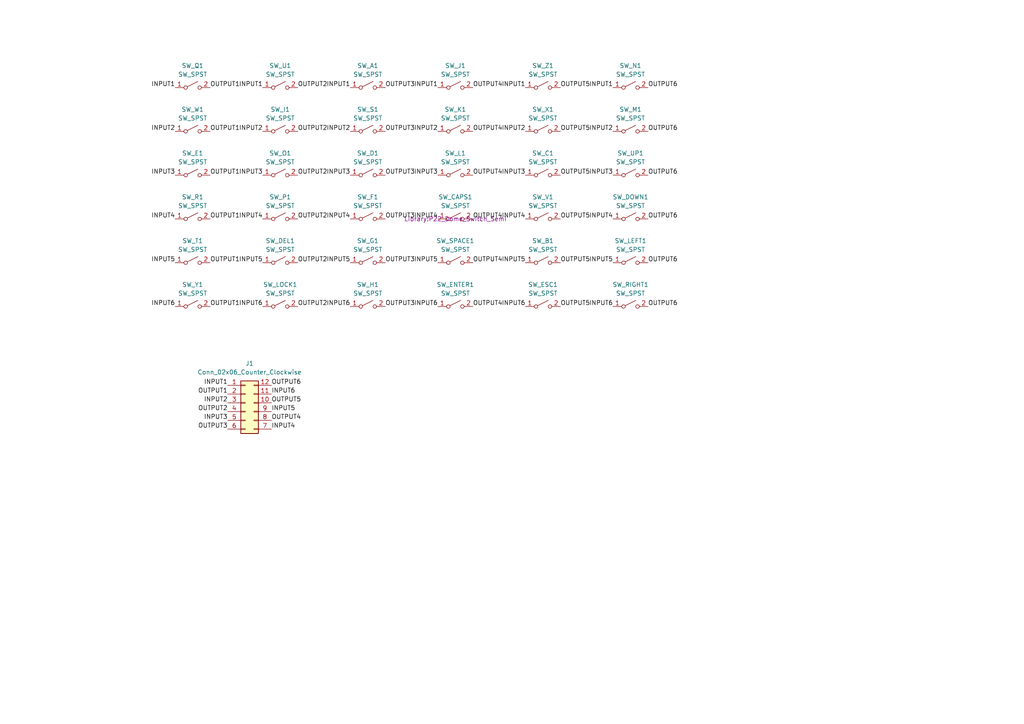
<source format=kicad_sch>
(kicad_sch (version 20211123) (generator eeschema)
  (paper "A4")
  (title_block (title "Keyboard") (company "Kevin Evans"))
  (lib_symbols
    (symbol "Connector_Generic:Conn_02x06_Counter_Clockwise" (pin_names (offset 1.016) hide)
      (property "Reference" "J" (at 1.27 7.62 0))
      (property "Value" "Conn_02x06_Counter_Clockwise" (at 1.27 -10.16 0))
      (symbol "Conn_02x06_Counter_Clockwise_1_1"
        (rectangle (start -1.27 -7.493) (end 0 -7.747) (stroke (width 0.1524)))
        (rectangle (start -1.27 -4.953) (end 0 -5.207) (stroke (width 0.1524)))
        (rectangle (start -1.27 -2.413) (end 0 -2.667) (stroke (width 0.1524)))
        (rectangle (start -1.27 0.127) (end 0 -0.127) (stroke (width 0.1524)))
        (rectangle (start -1.27 2.667) (end 0 2.413) (stroke (width 0.1524)))
        (rectangle (start -1.27 5.207) (end 0 4.953) (stroke (width 0.1524)))
        (rectangle (start -1.27 6.35) (end 3.81 -8.89) (stroke (width 0.254)) (fill (type background)))
        (rectangle (start 3.81 -7.493) (end 2.54 -7.747) (stroke (width 0.1524)))
        (rectangle (start 3.81 -4.953) (end 2.54 -5.207) (stroke (width 0.1524)))
        (rectangle (start 3.81 -2.413) (end 2.54 -2.667) (stroke (width 0.1524)))
        (rectangle (start 3.81 0.127) (end 2.54 -0.127) (stroke (width 0.1524)))
        (rectangle (start 3.81 2.667) (end 2.54 2.413) (stroke (width 0.1524)))
        (rectangle (start 3.81 5.207) (end 2.54 4.953) (stroke (width 0.1524)))
        (pin passive line (at -5.08 5.08 0) (length 3.81) (name "Pin_1") (number "1"))
        (pin passive line (at 7.62 0 180) (length 3.81) (name "Pin_10") (number "10"))
        (pin passive line (at 7.62 2.54 180) (length 3.81) (name "Pin_11") (number "11"))
        (pin passive line (at 7.62 5.08 180) (length 3.81) (name "Pin_12") (number "12"))
        (pin passive line (at -5.08 2.54 0) (length 3.81) (name "Pin_2") (number "2"))
        (pin passive line (at -5.08 0 0) (length 3.81) (name "Pin_3") (number "3"))
        (pin passive line (at -5.08 -2.54 0) (length 3.81) (name "Pin_4") (number "4"))
        (pin passive line (at -5.08 -5.08 0) (length 3.81) (name "Pin_5") (number "5"))
        (pin passive line (at -5.08 -7.62 0) (length 3.81) (name "Pin_6") (number "6"))
        (pin passive line (at 7.62 -7.62 180) (length 3.81) (name "Pin_7") (number "7"))
        (pin passive line (at 7.62 -5.08 180) (length 3.81) (name "Pin_8") (number "8"))
        (pin passive line (at 7.62 -2.54 180) (length 3.81) (name "Pin_9") (number "9"))
      )
    )
    (symbol "Switch:SW_SPST" (pin_names (offset 0) hide)
      (property "Reference" "SW" (at 0 3.175 0))
      (property "Value" "SW_SPST" (at 0 -2.54 0))
      (symbol "SW_SPST_0_0"
        (circle (center -2.032 0) (radius 0.508))
        (polyline (pts (xy -1.524 0.254) (xy 1.524 1.778)))
        (circle (center 2.032 0) (radius 0.508))
      )
      (symbol "SW_SPST_1_1"
        (pin passive line (at -5.08 0 0) (length 2.54) (name "A") (number "1"))
        (pin passive line (at 5.08 0 180) (length 2.54) (name "B") (number "2"))
      )
    )
  )
  (label "OUTPUT6" (at 187.96 38.1 0))
  (label "OUTPUT2" (at 86.36 38.1 0))
  (label "INPUT4" (at 177.8 63.5 180))
  (label "OUTPUT4" (at 137.16 50.8 0))
  (label "OUTPUT1" (at 60.96 50.8 0))
  (label "OUTPUT5" (at 162.56 76.2 0))
  (label "OUTPUT6" (at 187.96 50.8 0))
  (label "OUTPUT6" (at 187.96 25.4 0))
  (label "INPUT2" (at 50.8 38.1 180))
  (label "INPUT6" (at 78.74 114.3 0))
  (label "INPUT1" (at 177.8 25.4 180))
  (label "OUTPUT5" (at 162.56 63.5 0))
  (label "INPUT6" (at 76.2 88.9 180))
  (label "OUTPUT4" (at 137.16 88.9 0))
  (label "INPUT5" (at 127 76.2 180))
  (label "OUTPUT2" (at 86.36 63.5 0))
  (label "INPUT2" (at 152.4 38.1 180))
  (label "OUTPUT4" (at 137.16 38.1 0))
  (label "INPUT5" (at 101.6 76.2 180))
  (label "INPUT3" (at 50.8 50.8 180))
  (label "INPUT1" (at 101.6 25.4 180))
  (label "INPUT1" (at 76.2 25.4 180))
  (label "INPUT3" (at 127 50.8 180))
  (label "OUTPUT4" (at 78.74 121.92 0))
  (label "INPUT6" (at 177.8 88.9 180))
  (label "INPUT2" (at 76.2 38.1 180))
  (label "INPUT4" (at 101.6 63.5 180))
  (label "INPUT6" (at 152.4 88.9 180))
  (label "OUTPUT2" (at 86.36 76.2 0))
  (label "OUTPUT5" (at 78.74 116.84 0))
  (label "INPUT5" (at 177.8 76.2 180))
  (label "INPUT6" (at 127 88.9 180))
  (label "OUTPUT6" (at 187.96 88.9 0))
  (label "INPUT2" (at 66.04 116.84 180))
  (label "OUTPUT1" (at 60.96 88.9 0))
  (label "OUTPUT3" (at 111.76 76.2 0))
  (label "INPUT3" (at 101.6 50.8 180))
  (label "INPUT2" (at 127 38.1 180))
  (label "OUTPUT1" (at 60.96 25.4 0))
  (label "INPUT2" (at 177.8 38.1 180))
  (label "OUTPUT2" (at 86.36 88.9 0))
  (label "INPUT3" (at 76.2 50.8 180))
  (label "INPUT1" (at 50.8 25.4 180))
  (label "OUTPUT3" (at 111.76 38.1 0))
  (label "OUTPUT1" (at 60.96 63.5 0))
  (label "OUTPUT2" (at 86.36 50.8 0))
  (label "INPUT4" (at 78.74 124.46 0))
  (label "OUTPUT3" (at 66.04 124.46 180))
  (label "OUTPUT2" (at 86.36 25.4 0))
  (label "OUTPUT3" (at 111.76 88.9 0))
  (label "INPUT6" (at 50.8 88.9 180))
  (label "INPUT1" (at 66.04 111.76 180))
  (label "INPUT5" (at 50.8 76.2 180))
  (label "INPUT5" (at 76.2 76.2 180))
  (label "INPUT4" (at 152.4 63.5 180))
  (label "OUTPUT5" (at 162.56 38.1 0))
  (label "INPUT4" (at 76.2 63.5 180))
  (label "OUTPUT5" (at 162.56 88.9 0))
  (label "INPUT3" (at 66.04 121.92 180))
  (label "OUTPUT3" (at 111.76 50.8 0))
  (label "OUTPUT1" (at 60.96 38.1 0))
  (label "OUTPUT5" (at 162.56 25.4 0))
  (label "OUTPUT6" (at 78.74 111.76 0))
  (label "OUTPUT3" (at 111.76 63.5 0))
  (label "OUTPUT6" (at 187.96 76.2 0))
  (label "OUTPUT4" (at 137.16 63.5 0))
  (label "OUTPUT4" (at 137.16 25.4 0))
  (label "OUTPUT2" (at 66.04 119.38 180))
  (label "INPUT1" (at 127 25.4 180))
  (label "INPUT4" (at 127 63.5 180))
  (label "INPUT4" (at 50.8 63.5 180))
  (label "OUTPUT3" (at 111.76 25.4 0))
  (label "INPUT5" (at 78.74 119.38 0))
  (label "INPUT1" (at 152.4 25.4 180))
  (label "OUTPUT5" (at 162.56 50.8 0))
  (label "INPUT6" (at 101.6 88.9 180))
  (label "INPUT3" (at 152.4 50.8 180))
  (label "INPUT2" (at 101.6 38.1 180))
  (label "OUTPUT4" (at 137.16 76.2 0))
  (label "INPUT5" (at 152.4 76.2 180))
  (label "OUTPUT6" (at 187.96 63.5 0))
  (label "OUTPUT1" (at 60.96 76.2 0))
  (label "INPUT3" (at 177.8 50.8 180))
  (label "OUTPUT1" (at 66.04 114.3 180))
  (symbol (lib_id "Switch:SW_SPST") (at 106.68 50.8 0) (unit 1)
    (property "Reference" "SW_D1" (at 106.68 44.45 0))
    (property "Value" "SW_SPST" (at 106.68 46.99 0))
    (property "Footprint" "Library:P22_Dome_Switch" (effects hide))
  )
  (symbol (lib_id "Switch:SW_SPST") (at 55.88 88.9 0) (unit 1)
    (property "Reference" "SW_Y1" (at 55.88 82.55 0))
    (property "Value" "SW_SPST" (at 55.88 85.09 0))
    (property "Footprint" "Library:P22_Dome_Switch" (effects hide))
  )
  (symbol (lib_id "Switch:SW_SPST") (at 106.68 88.9 0) (unit 1)
    (property "Reference" "SW_H1" (at 106.68 82.55 0))
    (property "Value" "SW_SPST" (at 106.68 85.09 0))
    (property "Footprint" "Library:P22_Dome_Switch" (effects hide))
  )
  (symbol (lib_id "Switch:SW_SPST") (at 182.88 50.8 0) (unit 1)
    (property "Reference" "SW_UP1" (at 182.88 44.45 0))
    (property "Value" "SW_SPST" (at 182.88 46.99 0))
    (property "Footprint" "Library:P22_Dome_Switch" (effects hide))
  )
  (symbol (lib_id "Switch:SW_SPST") (at 81.28 50.8 0) (unit 1)
    (property "Reference" "SW_O1" (at 81.28 44.45 0))
    (property "Value" "SW_SPST" (at 81.28 46.99 0))
    (property "Footprint" "Library:P22_Dome_Switch" (effects hide))
  )
  (symbol (lib_id "Switch:SW_SPST") (at 182.88 76.2 0) (unit 1)
    (property "Reference" "SW_LEFT1" (at 182.88 69.85 0))
    (property "Value" "SW_SPST" (at 182.88 72.39 0))
    (property "Footprint" "Library:P22_Dome_Switch" (effects hide))
  )
  (symbol (lib_id "Switch:SW_SPST") (at 157.48 88.9 0) (unit 1)
    (property "Reference" "SW_ESC1" (at 157.48 82.55 0))
    (property "Value" "SW_SPST" (at 157.48 85.09 0))
    (property "Footprint" "Library:P22_Dome_Switch" (effects hide))
  )
  (symbol (lib_id "Switch:SW_SPST") (at 182.88 25.4 0) (unit 1)
    (property "Reference" "SW_N1" (at 182.88 19.05 0))
    (property "Value" "SW_SPST" (at 182.88 21.59 0))
    (property "Footprint" "Library:P22_Dome_Switch" (effects hide))
  )
  (symbol (lib_id "Switch:SW_SPST") (at 182.88 63.5 0) (unit 1)
    (property "Reference" "SW_DOWN1" (at 182.88 57.15 0))
    (property "Value" "SW_SPST" (at 182.88 59.69 0))
    (property "Footprint" "Library:P22_Dome_Switch_Semi" (effects hide))
  )
  (symbol (lib_id "Switch:SW_SPST") (at 132.08 25.4 0) (unit 1)
    (property "Reference" "SW_J1" (at 132.08 19.05 0))
    (property "Value" "SW_SPST" (at 132.08 21.59 0))
    (property "Footprint" "Library:P22_Dome_Switch" (effects hide))
  )
  (symbol (lib_id "Switch:SW_SPST") (at 55.88 38.1 0) (unit 1)
    (property "Reference" "SW_W1" (at 55.88 31.75 0))
    (property "Value" "SW_SPST" (at 55.88 34.29 0))
    (property "Footprint" "Library:P22_Dome_Switch" (effects hide))
  )
  (symbol (lib_id "Switch:SW_SPST") (at 132.08 76.2 0) (unit 1)
    (property "Reference" "SW_SPACE1" (at 132.08 69.85 0))
    (property "Value" "SW_SPST" (at 132.08 72.39 0))
    (property "Footprint" "Library:P22_Dome_Switch_Semi" (effects hide))
  )
  (symbol (lib_id "Switch:SW_SPST") (at 106.68 38.1 0) (unit 1)
    (property "Reference" "SW_S1" (at 106.68 31.75 0))
    (property "Value" "SW_SPST" (at 106.68 34.29 0))
    (property "Footprint" "Library:P22_Dome_Switch" (effects hide))
  )
  (symbol (lib_id "Switch:SW_SPST") (at 157.48 76.2 0) (unit 1)
    (property "Reference" "SW_B1" (at 157.48 69.85 0))
    (property "Value" "SW_SPST" (at 157.48 72.39 0))
    (property "Footprint" "Library:P22_Dome_Switch" (effects hide))
  )
  (symbol (lib_id "Switch:SW_SPST") (at 157.48 63.5 0) (unit 1)
    (property "Reference" "SW_V1" (at 157.48 57.15 0))
    (property "Value" "SW_SPST" (at 157.48 59.69 0))
    (property "Footprint" "Library:P22_Dome_Switch" (effects hide))
  )
  (symbol (lib_id "Switch:SW_SPST") (at 132.08 38.1 0) (unit 1)
    (property "Reference" "SW_K1" (at 132.08 31.75 0))
    (property "Value" "SW_SPST" (at 132.08 34.29 0))
    (property "Footprint" "Library:P22_Dome_Switch" (effects hide))
  )
  (symbol (lib_id "Switch:SW_SPST") (at 132.08 88.9 0) (unit 1)
    (property "Reference" "SW_ENTER1" (at 132.08 82.55 0))
    (property "Value" "SW_SPST" (at 132.08 85.09 0))
    (property "Footprint" "Library:P22_Dome_Switch_Semi" (effects hide))
  )
  (symbol (lib_id "Switch:SW_SPST") (at 106.68 63.5 0) (unit 1)
    (property "Reference" "SW_F1" (at 106.68 57.15 0))
    (property "Value" "SW_SPST" (at 106.68 59.69 0))
    (property "Footprint" "Library:P22_Dome_Switch" (effects hide))
  )
  (symbol (lib_id "Switch:SW_SPST") (at 157.48 50.8 0) (unit 1)
    (property "Reference" "SW_C1" (at 157.48 44.45 0))
    (property "Value" "SW_SPST" (at 157.48 46.99 0))
    (property "Footprint" "Library:P22_Dome_Switch" (effects hide))
  )
  (symbol (lib_id "Switch:SW_SPST") (at 157.48 38.1 0) (unit 1)
    (property "Reference" "SW_X1" (at 157.48 31.75 0))
    (property "Value" "SW_SPST" (at 157.48 34.29 0))
    (property "Footprint" "Library:P22_Dome_Switch" (effects hide))
  )
  (symbol (lib_id "Switch:SW_SPST") (at 81.28 88.9 0) (unit 1)
    (property "Reference" "SW_LOCK1" (at 81.28 82.55 0))
    (property "Value" "SW_SPST" (at 81.28 85.09 0))
    (property "Footprint" "Library:P22_Dome_Switch" (effects hide))
  )
  (symbol (lib_id "Switch:SW_SPST") (at 55.88 76.2 0) (unit 1)
    (property "Reference" "SW_T1" (at 55.88 69.85 0))
    (property "Value" "SW_SPST" (at 55.88 72.39 0))
    (property "Footprint" "Library:P22_Dome_Switch" (effects hide))
  )
  (symbol (lib_id "Switch:SW_SPST") (at 106.68 25.4 0) (unit 1)
    (property "Reference" "SW_A1" (at 106.68 19.05 0))
    (property "Value" "SW_SPST" (at 106.68 21.59 0))
    (property "Footprint" "Library:P22_Dome_Switch" (effects hide))
  )
  (symbol (lib_id "Connector_Generic:Conn_02x06_Counter_Clockwise") (at 71.12 116.84 0) (unit 1)
    (property "Reference" "J1" (at 72.39 105.41 0))
    (property "Value" "Conn_02x06_Counter_Clockwise" (at 72.39 107.95 0))
    (property "Footprint" "Connector_PinHeader_2.54mm:PinHeader_2x06_P2.54mm_Vertical_SMD" (effects hide))
  )
  (symbol (lib_id "Switch:SW_SPST") (at 55.88 63.5 0) (unit 1)
    (property "Reference" "SW_R1" (at 55.88 57.15 0))
    (property "Value" "SW_SPST" (at 55.88 59.69 0))
    (property "Footprint" "Library:P22_Dome_Switch" (effects hide))
  )
  (symbol (lib_id "Switch:SW_SPST") (at 81.28 25.4 0) (unit 1)
    (property "Reference" "SW_U1" (at 81.28 19.05 0))
    (property "Value" "SW_SPST" (at 81.28 21.59 0))
    (property "Footprint" "Library:P22_Dome_Switch" (effects hide))
  )
  (symbol (lib_id "Switch:SW_SPST") (at 157.48 25.4 0) (unit 1)
    (property "Reference" "SW_Z1" (at 157.48 19.05 0))
    (property "Value" "SW_SPST" (at 157.48 21.59 0))
    (property "Footprint" "Library:P22_Dome_Switch" (effects hide))
  )
  (symbol (lib_id "Switch:SW_SPST") (at 55.88 50.8 0) (unit 1)
    (property "Reference" "SW_E1" (at 55.88 44.45 0))
    (property "Value" "SW_SPST" (at 55.88 46.99 0))
    (property "Footprint" "Library:P22_Dome_Switch" (effects hide))
  )
  (symbol (lib_id "Switch:SW_SPST") (at 106.68 76.2 0) (unit 1)
    (property "Reference" "SW_G1" (at 106.68 69.85 0))
    (property "Value" "SW_SPST" (at 106.68 72.39 0))
    (property "Footprint" "Library:P22_Dome_Switch" (effects hide))
  )
  (symbol (lib_id "Switch:SW_SPST") (at 55.88 25.4 0) (unit 1)
    (property "Reference" "SW_Q1" (at 55.88 19.05 0))
    (property "Value" "SW_SPST" (at 55.88 21.59 0))
    (property "Footprint" "Library:P22_Dome_Switch" (effects hide))
  )
  (symbol (lib_id "Switch:SW_SPST") (at 81.28 63.5 0) (unit 1)
    (property "Reference" "SW_P1" (at 81.28 57.15 0))
    (property "Value" "SW_SPST" (at 81.28 59.69 0))
    (property "Footprint" "Library:P22_Dome_Switch" (effects hide))
  )
  (symbol (lib_id "Switch:SW_SPST") (at 132.08 63.5 0) (unit 1)
    (property "Reference" "SW_CAPS1" (at 132.08 57.15 0))
    (property "Value" "SW_SPST" (at 132.08 59.69 0))
    (property "Footprint" "Library:P22_Dome_Switch_Semi" (at 132.08 63.5 0))
  )
  (symbol (lib_id "Switch:SW_SPST") (at 81.28 38.1 0) (unit 1)
    (property "Reference" "SW_I1" (at 81.28 31.75 0))
    (property "Value" "SW_SPST" (at 81.28 34.29 0))
    (property "Footprint" "Library:P22_Dome_Switch" (effects hide))
  )
  (symbol (lib_id "Switch:SW_SPST") (at 182.88 88.9 0) (unit 1)
    (property "Reference" "SW_RIGHT1" (at 182.88 82.55 0))
    (property "Value" "SW_SPST" (at 182.88 85.09 0))
    (property "Footprint" "Library:P22_Dome_Switch" (effects hide))
  )
  (symbol (lib_id "Switch:SW_SPST") (at 81.28 76.2 0) (unit 1)
    (property "Reference" "SW_DEL1" (at 81.28 69.85 0))
    (property "Value" "SW_SPST" (at 81.28 72.39 0))
    (property "Footprint" "Library:P22_Dome_Switch" (effects hide))
  )
  (symbol (lib_id "Switch:SW_SPST") (at 182.88 38.1 0) (unit 1)
    (property "Reference" "SW_M1" (at 182.88 31.75 0))
    (property "Value" "SW_SPST" (at 182.88 34.29 0))
    (property "Footprint" "Library:P22_Dome_Switch" (effects hide))
  )
  (symbol (lib_id "Switch:SW_SPST") (at 132.08 50.8 0) (unit 1)
    (property "Reference" "SW_L1" (at 132.08 44.45 0))
    (property "Value" "SW_SPST" (at 132.08 46.99 0))
    (property "Footprint" "Library:P22_Dome_Switch" (effects hide))
  )
)
</source>
